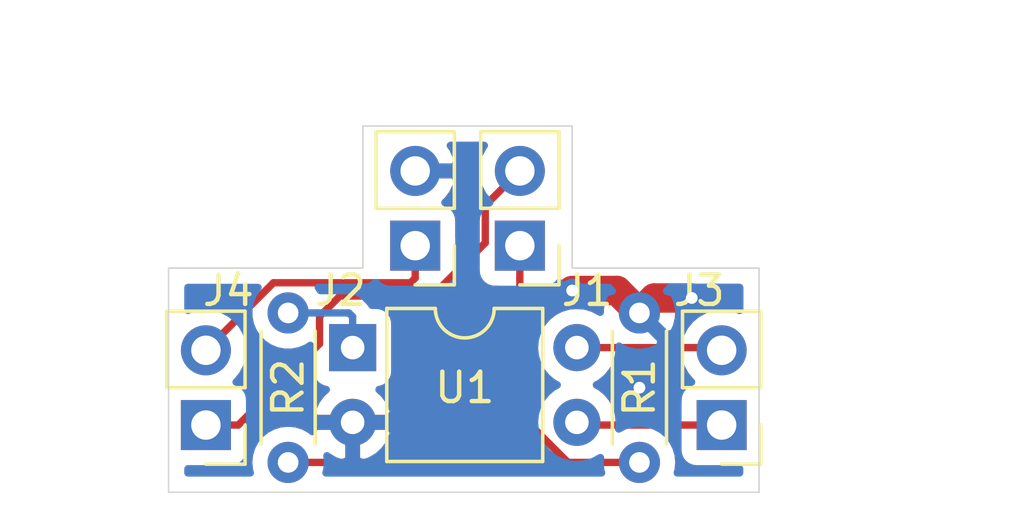
<source format=kicad_pcb>
(kicad_pcb (version 20171130) (host pcbnew "(5.1.4)-1")

  (general
    (thickness 1.6)
    (drawings 15)
    (tracks 33)
    (zones 0)
    (modules 7)
    (nets 8)
  )

  (page A4)
  (layers
    (0 F.Cu signal)
    (31 B.Cu signal)
    (32 B.Adhes user)
    (33 F.Adhes user)
    (34 B.Paste user)
    (35 F.Paste user)
    (36 B.SilkS user)
    (37 F.SilkS user)
    (38 B.Mask user)
    (39 F.Mask user)
    (40 Dwgs.User user)
    (41 Cmts.User user)
    (42 Eco1.User user)
    (43 Eco2.User user)
    (44 Edge.Cuts user)
    (45 Margin user)
    (46 B.CrtYd user)
    (47 F.CrtYd user)
    (48 B.Fab user)
    (49 F.Fab user hide)
  )

  (setup
    (last_trace_width 0.25)
    (trace_clearance 0.2)
    (zone_clearance 0.508)
    (zone_45_only no)
    (trace_min 0.2)
    (via_size 0.8)
    (via_drill 0.4)
    (via_min_size 0.4)
    (via_min_drill 0.3)
    (uvia_size 0.3)
    (uvia_drill 0.1)
    (uvias_allowed no)
    (uvia_min_size 0.2)
    (uvia_min_drill 0.1)
    (edge_width 0.05)
    (segment_width 0.2)
    (pcb_text_width 0.3)
    (pcb_text_size 1.5 1.5)
    (mod_edge_width 0.12)
    (mod_text_size 1 1)
    (mod_text_width 0.15)
    (pad_size 1.524 1.524)
    (pad_drill 0.762)
    (pad_to_mask_clearance 0.051)
    (solder_mask_min_width 0.25)
    (aux_axis_origin 0 0)
    (visible_elements 7FFFFFFF)
    (pcbplotparams
      (layerselection 0x010fc_ffffffff)
      (usegerberextensions false)
      (usegerberattributes false)
      (usegerberadvancedattributes false)
      (creategerberjobfile false)
      (excludeedgelayer true)
      (linewidth 0.100000)
      (plotframeref false)
      (viasonmask false)
      (mode 1)
      (useauxorigin false)
      (hpglpennumber 1)
      (hpglpenspeed 20)
      (hpglpendiameter 15.000000)
      (psnegative false)
      (psa4output false)
      (plotreference true)
      (plotvalue true)
      (plotinvisibletext false)
      (padsonsilk false)
      (subtractmaskfromsilk false)
      (outputformat 1)
      (mirror false)
      (drillshape 0)
      (scaleselection 1)
      (outputdirectory "gerber/"))
  )

  (net 0 "")
  (net 1 +5V)
  (net 2 Turbo_active)
  (net 3 Turbo_interlock)
  (net 4 GND)
  (net 5 Turbo_Vref)
  (net 6 "Net-(R2-Pad1)")
  (net 7 Turbo_remote_priority)

  (net_class Default "This is the default net class."
    (clearance 0.2)
    (trace_width 0.25)
    (via_dia 0.8)
    (via_drill 0.4)
    (uvia_dia 0.3)
    (uvia_drill 0.1)
    (add_net +5V)
    (add_net GND)
    (add_net "Net-(R2-Pad1)")
    (add_net Turbo_Vref)
    (add_net Turbo_active)
    (add_net Turbo_interlock)
    (add_net Turbo_remote_priority)
  )

  (module Connector_PinHeader_2.54mm:PinHeader_1x02_P2.54mm_Vertical (layer F.Cu) (tedit 59FED5CC) (tstamp 5D9BA98E)
    (at 160.528 43.18 180)
    (descr "Through hole straight pin header, 1x02, 2.54mm pitch, single row")
    (tags "Through hole pin header THT 1x02 2.54mm single row")
    (path /5D9BC94B)
    (fp_text reference J1 (at -2.286 -1.524) (layer F.SilkS)
      (effects (font (size 1 1) (thickness 0.15)))
    )
    (fp_text value Conn_01x02 (at 0 4.87) (layer F.Fab)
      (effects (font (size 1 1) (thickness 0.15)))
    )
    (fp_text user %R (at 0 1.27 90) (layer F.Fab)
      (effects (font (size 1 1) (thickness 0.15)))
    )
    (fp_line (start 1.8 -1.8) (end -1.8 -1.8) (layer F.CrtYd) (width 0.05))
    (fp_line (start 1.8 4.35) (end 1.8 -1.8) (layer F.CrtYd) (width 0.05))
    (fp_line (start -1.8 4.35) (end 1.8 4.35) (layer F.CrtYd) (width 0.05))
    (fp_line (start -1.8 -1.8) (end -1.8 4.35) (layer F.CrtYd) (width 0.05))
    (fp_line (start -1.33 -1.33) (end 0 -1.33) (layer F.SilkS) (width 0.12))
    (fp_line (start -1.33 0) (end -1.33 -1.33) (layer F.SilkS) (width 0.12))
    (fp_line (start -1.33 1.27) (end 1.33 1.27) (layer F.SilkS) (width 0.12))
    (fp_line (start 1.33 1.27) (end 1.33 3.87) (layer F.SilkS) (width 0.12))
    (fp_line (start -1.33 1.27) (end -1.33 3.87) (layer F.SilkS) (width 0.12))
    (fp_line (start -1.33 3.87) (end 1.33 3.87) (layer F.SilkS) (width 0.12))
    (fp_line (start -1.27 -0.635) (end -0.635 -1.27) (layer F.Fab) (width 0.1))
    (fp_line (start -1.27 3.81) (end -1.27 -0.635) (layer F.Fab) (width 0.1))
    (fp_line (start 1.27 3.81) (end -1.27 3.81) (layer F.Fab) (width 0.1))
    (fp_line (start 1.27 -1.27) (end 1.27 3.81) (layer F.Fab) (width 0.1))
    (fp_line (start -0.635 -1.27) (end 1.27 -1.27) (layer F.Fab) (width 0.1))
    (pad 2 thru_hole oval (at 0 2.54 180) (size 1.7 1.7) (drill 1) (layers *.Cu *.Mask)
      (net 2 Turbo_active))
    (pad 1 thru_hole rect (at 0 0 180) (size 1.7 1.7) (drill 1) (layers *.Cu *.Mask)
      (net 3 Turbo_interlock))
    (model ${KISYS3DMOD}/Connector_PinHeader_2.54mm.3dshapes/PinHeader_1x02_P2.54mm_Vertical.wrl
      (at (xyz 0 0 0))
      (scale (xyz 1 1 1))
      (rotate (xyz 0 0 0))
    )
  )

  (module Package_DIP:DIP-4_W7.62mm (layer F.Cu) (tedit 5A02E8C5) (tstamp 5D9BB261)
    (at 154.846 46.644)
    (descr "4-lead though-hole mounted DIP package, row spacing 7.62 mm (300 mils)")
    (tags "THT DIP DIL PDIP 2.54mm 7.62mm 300mil")
    (path /5D9BA29F)
    (fp_text reference U1 (at 3.81 1.362) (layer F.SilkS)
      (effects (font (size 1 1) (thickness 0.15)))
    )
    (fp_text value TLP222A (at 3.81 4.87) (layer F.Fab)
      (effects (font (size 1 1) (thickness 0.15)))
    )
    (fp_text user %R (at 3.81 1.27) (layer F.Fab)
      (effects (font (size 1 1) (thickness 0.15)))
    )
    (fp_line (start 8.7 -1.55) (end -1.1 -1.55) (layer F.CrtYd) (width 0.05))
    (fp_line (start 8.7 4.1) (end 8.7 -1.55) (layer F.CrtYd) (width 0.05))
    (fp_line (start -1.1 4.1) (end 8.7 4.1) (layer F.CrtYd) (width 0.05))
    (fp_line (start -1.1 -1.55) (end -1.1 4.1) (layer F.CrtYd) (width 0.05))
    (fp_line (start 6.46 -1.33) (end 4.81 -1.33) (layer F.SilkS) (width 0.12))
    (fp_line (start 6.46 3.87) (end 6.46 -1.33) (layer F.SilkS) (width 0.12))
    (fp_line (start 1.16 3.87) (end 6.46 3.87) (layer F.SilkS) (width 0.12))
    (fp_line (start 1.16 -1.33) (end 1.16 3.87) (layer F.SilkS) (width 0.12))
    (fp_line (start 2.81 -1.33) (end 1.16 -1.33) (layer F.SilkS) (width 0.12))
    (fp_line (start 0.635 -0.27) (end 1.635 -1.27) (layer F.Fab) (width 0.1))
    (fp_line (start 0.635 3.81) (end 0.635 -0.27) (layer F.Fab) (width 0.1))
    (fp_line (start 6.985 3.81) (end 0.635 3.81) (layer F.Fab) (width 0.1))
    (fp_line (start 6.985 -1.27) (end 6.985 3.81) (layer F.Fab) (width 0.1))
    (fp_line (start 1.635 -1.27) (end 6.985 -1.27) (layer F.Fab) (width 0.1))
    (fp_arc (start 3.81 -1.33) (end 2.81 -1.33) (angle -180) (layer F.SilkS) (width 0.12))
    (pad 4 thru_hole oval (at 7.62 0) (size 1.6 1.6) (drill 0.8) (layers *.Cu *.Mask)
      (net 7 Turbo_remote_priority))
    (pad 2 thru_hole oval (at 0 2.54) (size 1.6 1.6) (drill 0.8) (layers *.Cu *.Mask)
      (net 4 GND))
    (pad 3 thru_hole oval (at 7.62 2.54) (size 1.6 1.6) (drill 0.8) (layers *.Cu *.Mask)
      (net 5 Turbo_Vref))
    (pad 1 thru_hole rect (at 0 0) (size 1.6 1.6) (drill 0.8) (layers *.Cu *.Mask)
      (net 6 "Net-(R2-Pad1)"))
    (model ${KISYS3DMOD}/Package_DIP.3dshapes/DIP-4_W7.62mm.wrl
      (at (xyz 0 0 0))
      (scale (xyz 1 1 1))
      (rotate (xyz 0 0 0))
    )
  )

  (module Resistor_THT:R_Axial_DIN0204_L3.6mm_D1.6mm_P5.08mm_Horizontal (layer F.Cu) (tedit 5AE5139B) (tstamp 5D9BA9F6)
    (at 152.654 45.466 270)
    (descr "Resistor, Axial_DIN0204 series, Axial, Horizontal, pin pitch=5.08mm, 0.167W, length*diameter=3.6*1.6mm^2, http://cdn-reichelt.de/documents/datenblatt/B400/1_4W%23YAG.pdf")
    (tags "Resistor Axial_DIN0204 series Axial Horizontal pin pitch 5.08mm 0.167W length 3.6mm diameter 1.6mm")
    (path /5D9BB0DF)
    (fp_text reference R2 (at 2.54 0 90) (layer F.SilkS)
      (effects (font (size 1 1) (thickness 0.15)))
    )
    (fp_text value 1.2k (at 2.54 1.92 90) (layer F.Fab)
      (effects (font (size 1 1) (thickness 0.15)))
    )
    (fp_text user %R (at 2.54 0 90) (layer F.Fab)
      (effects (font (size 0.72 0.72) (thickness 0.108)))
    )
    (fp_line (start 6.03 -1.05) (end -0.95 -1.05) (layer F.CrtYd) (width 0.05))
    (fp_line (start 6.03 1.05) (end 6.03 -1.05) (layer F.CrtYd) (width 0.05))
    (fp_line (start -0.95 1.05) (end 6.03 1.05) (layer F.CrtYd) (width 0.05))
    (fp_line (start -0.95 -1.05) (end -0.95 1.05) (layer F.CrtYd) (width 0.05))
    (fp_line (start 0.62 0.92) (end 4.46 0.92) (layer F.SilkS) (width 0.12))
    (fp_line (start 0.62 -0.92) (end 4.46 -0.92) (layer F.SilkS) (width 0.12))
    (fp_line (start 5.08 0) (end 4.34 0) (layer F.Fab) (width 0.1))
    (fp_line (start 0 0) (end 0.74 0) (layer F.Fab) (width 0.1))
    (fp_line (start 4.34 -0.8) (end 0.74 -0.8) (layer F.Fab) (width 0.1))
    (fp_line (start 4.34 0.8) (end 4.34 -0.8) (layer F.Fab) (width 0.1))
    (fp_line (start 0.74 0.8) (end 4.34 0.8) (layer F.Fab) (width 0.1))
    (fp_line (start 0.74 -0.8) (end 0.74 0.8) (layer F.Fab) (width 0.1))
    (pad 2 thru_hole oval (at 5.08 0 270) (size 1.4 1.4) (drill 0.7) (layers *.Cu *.Mask)
      (net 3 Turbo_interlock))
    (pad 1 thru_hole circle (at 0 0 270) (size 1.4 1.4) (drill 0.7) (layers *.Cu *.Mask)
      (net 6 "Net-(R2-Pad1)"))
    (model ${KISYS3DMOD}/Resistor_THT.3dshapes/R_Axial_DIN0204_L3.6mm_D1.6mm_P5.08mm_Horizontal.wrl
      (at (xyz 0 0 0))
      (scale (xyz 1 1 1))
      (rotate (xyz 0 0 0))
    )
  )

  (module Resistor_THT:R_Axial_DIN0204_L3.6mm_D1.6mm_P5.08mm_Horizontal (layer F.Cu) (tedit 5AE5139B) (tstamp 5D9BA9E3)
    (at 164.592 45.466 270)
    (descr "Resistor, Axial_DIN0204 series, Axial, Horizontal, pin pitch=5.08mm, 0.167W, length*diameter=3.6*1.6mm^2, http://cdn-reichelt.de/documents/datenblatt/B400/1_4W%23YAG.pdf")
    (tags "Resistor Axial_DIN0204 series Axial Horizontal pin pitch 5.08mm 0.167W length 3.6mm diameter 1.6mm")
    (path /5D9BB5EF)
    (fp_text reference R1 (at 2.54 0 90) (layer F.SilkS)
      (effects (font (size 1 1) (thickness 0.15)))
    )
    (fp_text value 10k (at 2.54 1.92 90) (layer F.Fab)
      (effects (font (size 1 1) (thickness 0.15)))
    )
    (fp_text user %R (at 2.54 0 90) (layer F.Fab)
      (effects (font (size 0.72 0.72) (thickness 0.108)))
    )
    (fp_line (start 6.03 -1.05) (end -0.95 -1.05) (layer F.CrtYd) (width 0.05))
    (fp_line (start 6.03 1.05) (end 6.03 -1.05) (layer F.CrtYd) (width 0.05))
    (fp_line (start -0.95 1.05) (end 6.03 1.05) (layer F.CrtYd) (width 0.05))
    (fp_line (start -0.95 -1.05) (end -0.95 1.05) (layer F.CrtYd) (width 0.05))
    (fp_line (start 0.62 0.92) (end 4.46 0.92) (layer F.SilkS) (width 0.12))
    (fp_line (start 0.62 -0.92) (end 4.46 -0.92) (layer F.SilkS) (width 0.12))
    (fp_line (start 5.08 0) (end 4.34 0) (layer F.Fab) (width 0.1))
    (fp_line (start 0 0) (end 0.74 0) (layer F.Fab) (width 0.1))
    (fp_line (start 4.34 -0.8) (end 0.74 -0.8) (layer F.Fab) (width 0.1))
    (fp_line (start 4.34 0.8) (end 4.34 -0.8) (layer F.Fab) (width 0.1))
    (fp_line (start 0.74 0.8) (end 4.34 0.8) (layer F.Fab) (width 0.1))
    (fp_line (start 0.74 -0.8) (end 0.74 0.8) (layer F.Fab) (width 0.1))
    (pad 2 thru_hole oval (at 5.08 0 270) (size 1.4 1.4) (drill 0.7) (layers *.Cu *.Mask)
      (net 3 Turbo_interlock))
    (pad 1 thru_hole circle (at 0 0 270) (size 1.4 1.4) (drill 0.7) (layers *.Cu *.Mask)
      (net 4 GND))
    (model ${KISYS3DMOD}/Resistor_THT.3dshapes/R_Axial_DIN0204_L3.6mm_D1.6mm_P5.08mm_Horizontal.wrl
      (at (xyz 0 0 0))
      (scale (xyz 1 1 1))
      (rotate (xyz 0 0 0))
    )
  )

  (module Connector_PinHeader_2.54mm:PinHeader_1x02_P2.54mm_Vertical (layer F.Cu) (tedit 59FED5CC) (tstamp 5D9BA9D0)
    (at 149.86 49.276 180)
    (descr "Through hole straight pin header, 1x02, 2.54mm pitch, single row")
    (tags "Through hole pin header THT 1x02 2.54mm single row")
    (path /5D9BEFF8)
    (fp_text reference J4 (at -0.762 4.572) (layer F.SilkS)
      (effects (font (size 1 1) (thickness 0.15)))
    )
    (fp_text value Conn_01x02 (at 0 4.87) (layer F.Fab)
      (effects (font (size 1 1) (thickness 0.15)))
    )
    (fp_text user %R (at 0 1.27 90) (layer F.Fab)
      (effects (font (size 1 1) (thickness 0.15)))
    )
    (fp_line (start 1.8 -1.8) (end -1.8 -1.8) (layer F.CrtYd) (width 0.05))
    (fp_line (start 1.8 4.35) (end 1.8 -1.8) (layer F.CrtYd) (width 0.05))
    (fp_line (start -1.8 4.35) (end 1.8 4.35) (layer F.CrtYd) (width 0.05))
    (fp_line (start -1.8 -1.8) (end -1.8 4.35) (layer F.CrtYd) (width 0.05))
    (fp_line (start -1.33 -1.33) (end 0 -1.33) (layer F.SilkS) (width 0.12))
    (fp_line (start -1.33 0) (end -1.33 -1.33) (layer F.SilkS) (width 0.12))
    (fp_line (start -1.33 1.27) (end 1.33 1.27) (layer F.SilkS) (width 0.12))
    (fp_line (start 1.33 1.27) (end 1.33 3.87) (layer F.SilkS) (width 0.12))
    (fp_line (start -1.33 1.27) (end -1.33 3.87) (layer F.SilkS) (width 0.12))
    (fp_line (start -1.33 3.87) (end 1.33 3.87) (layer F.SilkS) (width 0.12))
    (fp_line (start -1.27 -0.635) (end -0.635 -1.27) (layer F.Fab) (width 0.1))
    (fp_line (start -1.27 3.81) (end -1.27 -0.635) (layer F.Fab) (width 0.1))
    (fp_line (start 1.27 3.81) (end -1.27 3.81) (layer F.Fab) (width 0.1))
    (fp_line (start 1.27 -1.27) (end 1.27 3.81) (layer F.Fab) (width 0.1))
    (fp_line (start -0.635 -1.27) (end 1.27 -1.27) (layer F.Fab) (width 0.1))
    (pad 2 thru_hole oval (at 0 2.54 180) (size 1.7 1.7) (drill 1) (layers *.Cu *.Mask)
      (net 1 +5V))
    (pad 1 thru_hole rect (at 0 0 180) (size 1.7 1.7) (drill 1) (layers *.Cu *.Mask)
      (net 2 Turbo_active))
    (model ${KISYS3DMOD}/Connector_PinHeader_2.54mm.3dshapes/PinHeader_1x02_P2.54mm_Vertical.wrl
      (at (xyz 0 0 0))
      (scale (xyz 1 1 1))
      (rotate (xyz 0 0 0))
    )
  )

  (module Connector_PinHeader_2.54mm:PinHeader_1x02_P2.54mm_Vertical (layer F.Cu) (tedit 59FED5CC) (tstamp 5D9BA9BA)
    (at 167.386 49.276 180)
    (descr "Through hole straight pin header, 1x02, 2.54mm pitch, single row")
    (tags "Through hole pin header THT 1x02 2.54mm single row")
    (path /5D9BEFF2)
    (fp_text reference J3 (at 0.762 4.572) (layer F.SilkS)
      (effects (font (size 1 1) (thickness 0.15)))
    )
    (fp_text value Conn_01x02 (at 0 4.87) (layer F.Fab)
      (effects (font (size 1 1) (thickness 0.15)))
    )
    (fp_text user %R (at 0 1.27 90) (layer F.Fab)
      (effects (font (size 1 1) (thickness 0.15)))
    )
    (fp_line (start 1.8 -1.8) (end -1.8 -1.8) (layer F.CrtYd) (width 0.05))
    (fp_line (start 1.8 4.35) (end 1.8 -1.8) (layer F.CrtYd) (width 0.05))
    (fp_line (start -1.8 4.35) (end 1.8 4.35) (layer F.CrtYd) (width 0.05))
    (fp_line (start -1.8 -1.8) (end -1.8 4.35) (layer F.CrtYd) (width 0.05))
    (fp_line (start -1.33 -1.33) (end 0 -1.33) (layer F.SilkS) (width 0.12))
    (fp_line (start -1.33 0) (end -1.33 -1.33) (layer F.SilkS) (width 0.12))
    (fp_line (start -1.33 1.27) (end 1.33 1.27) (layer F.SilkS) (width 0.12))
    (fp_line (start 1.33 1.27) (end 1.33 3.87) (layer F.SilkS) (width 0.12))
    (fp_line (start -1.33 1.27) (end -1.33 3.87) (layer F.SilkS) (width 0.12))
    (fp_line (start -1.33 3.87) (end 1.33 3.87) (layer F.SilkS) (width 0.12))
    (fp_line (start -1.27 -0.635) (end -0.635 -1.27) (layer F.Fab) (width 0.1))
    (fp_line (start -1.27 3.81) (end -1.27 -0.635) (layer F.Fab) (width 0.1))
    (fp_line (start 1.27 3.81) (end -1.27 3.81) (layer F.Fab) (width 0.1))
    (fp_line (start 1.27 -1.27) (end 1.27 3.81) (layer F.Fab) (width 0.1))
    (fp_line (start -0.635 -1.27) (end 1.27 -1.27) (layer F.Fab) (width 0.1))
    (pad 2 thru_hole oval (at 0 2.54 180) (size 1.7 1.7) (drill 1) (layers *.Cu *.Mask)
      (net 7 Turbo_remote_priority))
    (pad 1 thru_hole rect (at 0 0 180) (size 1.7 1.7) (drill 1) (layers *.Cu *.Mask)
      (net 5 Turbo_Vref))
    (model ${KISYS3DMOD}/Connector_PinHeader_2.54mm.3dshapes/PinHeader_1x02_P2.54mm_Vertical.wrl
      (at (xyz 0 0 0))
      (scale (xyz 1 1 1))
      (rotate (xyz 0 0 0))
    )
  )

  (module Connector_PinHeader_2.54mm:PinHeader_1x02_P2.54mm_Vertical (layer F.Cu) (tedit 59FED5CC) (tstamp 5D9BA9A4)
    (at 156.972 43.18 180)
    (descr "Through hole straight pin header, 1x02, 2.54mm pitch, single row")
    (tags "Through hole pin header THT 1x02 2.54mm single row")
    (path /5D9BD3F7)
    (fp_text reference J2 (at 2.54 -1.524) (layer F.SilkS)
      (effects (font (size 1 1) (thickness 0.15)))
    )
    (fp_text value Conn_01x02 (at 0 4.87) (layer F.Fab)
      (effects (font (size 1 1) (thickness 0.15)))
    )
    (fp_text user %R (at 0 1.27 90) (layer F.Fab)
      (effects (font (size 1 1) (thickness 0.15)))
    )
    (fp_line (start 1.8 -1.8) (end -1.8 -1.8) (layer F.CrtYd) (width 0.05))
    (fp_line (start 1.8 4.35) (end 1.8 -1.8) (layer F.CrtYd) (width 0.05))
    (fp_line (start -1.8 4.35) (end 1.8 4.35) (layer F.CrtYd) (width 0.05))
    (fp_line (start -1.8 -1.8) (end -1.8 4.35) (layer F.CrtYd) (width 0.05))
    (fp_line (start -1.33 -1.33) (end 0 -1.33) (layer F.SilkS) (width 0.12))
    (fp_line (start -1.33 0) (end -1.33 -1.33) (layer F.SilkS) (width 0.12))
    (fp_line (start -1.33 1.27) (end 1.33 1.27) (layer F.SilkS) (width 0.12))
    (fp_line (start 1.33 1.27) (end 1.33 3.87) (layer F.SilkS) (width 0.12))
    (fp_line (start -1.33 1.27) (end -1.33 3.87) (layer F.SilkS) (width 0.12))
    (fp_line (start -1.33 3.87) (end 1.33 3.87) (layer F.SilkS) (width 0.12))
    (fp_line (start -1.27 -0.635) (end -0.635 -1.27) (layer F.Fab) (width 0.1))
    (fp_line (start -1.27 3.81) (end -1.27 -0.635) (layer F.Fab) (width 0.1))
    (fp_line (start 1.27 3.81) (end -1.27 3.81) (layer F.Fab) (width 0.1))
    (fp_line (start 1.27 -1.27) (end 1.27 3.81) (layer F.Fab) (width 0.1))
    (fp_line (start -0.635 -1.27) (end 1.27 -1.27) (layer F.Fab) (width 0.1))
    (pad 2 thru_hole oval (at 0 2.54 180) (size 1.7 1.7) (drill 1) (layers *.Cu *.Mask)
      (net 4 GND))
    (pad 1 thru_hole rect (at 0 0 180) (size 1.7 1.7) (drill 1) (layers *.Cu *.Mask)
      (net 1 +5V))
    (model ${KISYS3DMOD}/Connector_PinHeader_2.54mm.3dshapes/PinHeader_1x02_P2.54mm_Vertical.wrl
      (at (xyz 0 0 0))
      (scale (xyz 1 1 1))
      (rotate (xyz 0 0 0))
    )
  )

  (dimension 13.208 (width 0.05) (layer F.CrtYd)
    (gr_text "13.208 mm" (at 176.206 45.72 270) (layer F.CrtYd)
      (effects (font (size 1 1) (thickness 0.15)))
    )
    (feature1 (pts (xy 162.306 52.324) (xy 175.592421 52.324)))
    (feature2 (pts (xy 162.306 39.116) (xy 175.592421 39.116)))
    (crossbar (pts (xy 175.006 39.116) (xy 175.006 52.324)))
    (arrow1a (pts (xy 175.006 52.324) (xy 174.419579 51.197496)))
    (arrow1b (pts (xy 175.006 52.324) (xy 175.592421 51.197496)))
    (arrow2a (pts (xy 175.006 39.116) (xy 174.419579 40.242504)))
    (arrow2b (pts (xy 175.006 39.116) (xy 175.592421 40.242504)))
  )
  (dimension 7.112 (width 0.05) (layer F.CrtYd)
    (gr_text "7.112 mm" (at 158.75 35.630001) (layer F.CrtYd)
      (effects (font (size 1 1) (thickness 0.15)))
    )
    (feature1 (pts (xy 155.194 39.116) (xy 155.194 36.24358)))
    (feature2 (pts (xy 162.306 39.116) (xy 162.306 36.24358)))
    (crossbar (pts (xy 162.306 36.830001) (xy 155.194 36.830001)))
    (arrow1a (pts (xy 155.194 36.830001) (xy 156.320504 36.24358)))
    (arrow1b (pts (xy 155.194 36.830001) (xy 156.320504 37.416422)))
    (arrow2a (pts (xy 162.306 36.830001) (xy 161.179496 36.24358)))
    (arrow2b (pts (xy 162.306 36.830001) (xy 161.179496 37.416422)))
  )
  (dimension 4.826 (width 0.05) (layer F.CrtYd)
    (gr_text "4.826 mm" (at 146.628 41.529 270) (layer F.CrtYd)
      (effects (font (size 1 1) (thickness 0.15)))
    )
    (feature1 (pts (xy 155.194 43.942) (xy 147.241579 43.942)))
    (feature2 (pts (xy 155.194 39.116) (xy 147.241579 39.116)))
    (crossbar (pts (xy 147.828 39.116) (xy 147.828 43.942)))
    (arrow1a (pts (xy 147.828 43.942) (xy 147.241579 42.815496)))
    (arrow1b (pts (xy 147.828 43.942) (xy 148.414421 42.815496)))
    (arrow2a (pts (xy 147.828 39.116) (xy 147.241579 40.242504)))
    (arrow2b (pts (xy 147.828 39.116) (xy 148.414421 40.242504)))
  )
  (dimension 7.62 (width 0.05) (layer F.CrtYd)
    (gr_text "7.620 mm" (at 171.888 47.752 270) (layer F.CrtYd)
      (effects (font (size 1 1) (thickness 0.15)))
    )
    (feature1 (pts (xy 168.656 51.562) (xy 171.274421 51.562)))
    (feature2 (pts (xy 168.656 43.942) (xy 171.274421 43.942)))
    (crossbar (pts (xy 170.688 43.942) (xy 170.688 51.562)))
    (arrow1a (pts (xy 170.688 51.562) (xy 170.101579 50.435496)))
    (arrow1b (pts (xy 170.688 51.562) (xy 171.274421 50.435496)))
    (arrow2a (pts (xy 170.688 43.942) (xy 170.101579 45.068504)))
    (arrow2b (pts (xy 170.688 43.942) (xy 171.274421 45.068504)))
  )
  (gr_line (start 168.656 43.942) (end 168.656 51.562) (layer Edge.Cuts) (width 0.05) (tstamp 5D9BB665))
  (gr_line (start 162.306 43.942) (end 168.656 43.942) (layer Edge.Cuts) (width 0.05))
  (gr_line (start 162.306 39.116) (end 162.306 43.942) (layer Edge.Cuts) (width 0.05) (tstamp 5D9BB664))
  (gr_line (start 155.194 39.116) (end 162.306 39.116) (layer Edge.Cuts) (width 0.05))
  (gr_line (start 155.194 43.942) (end 155.194 39.116) (layer Edge.Cuts) (width 0.05))
  (gr_line (start 148.59 43.942) (end 155.194 43.942) (layer Edge.Cuts) (width 0.05))
  (dimension 20.066 (width 0.05) (layer F.CrtYd)
    (gr_text "20.066 mm" (at 158.623 53.524) (layer F.CrtYd)
      (effects (font (size 1 1) (thickness 0.15)))
    )
    (feature1 (pts (xy 148.59 51.562) (xy 148.59 52.910421)))
    (feature2 (pts (xy 168.656 51.562) (xy 168.656 52.910421)))
    (crossbar (pts (xy 168.656 52.324) (xy 148.59 52.324)))
    (arrow1a (pts (xy 148.59 52.324) (xy 149.716504 51.737579)))
    (arrow1b (pts (xy 148.59 52.324) (xy 149.716504 52.910421)))
    (arrow2a (pts (xy 168.656 52.324) (xy 167.529496 51.737579)))
    (arrow2b (pts (xy 168.656 52.324) (xy 167.529496 52.910421)))
  )
  (gr_line (start 165.608 51.562) (end 168.656 51.562) (layer Edge.Cuts) (width 0.05))
  (gr_line (start 151.638 51.562) (end 148.59 51.562) (layer Edge.Cuts) (width 0.05) (tstamp 5D9BB4DE))
  (gr_line (start 148.59 43.942) (end 148.59 51.562) (layer Edge.Cuts) (width 0.05))
  (gr_line (start 165.608 51.562) (end 151.638 51.562) (layer Edge.Cuts) (width 0.05))

  (segment (start 156.972 44.28) (end 156.972 43.18) (width 0.25) (layer F.Cu) (net 1))
  (segment (start 156.811001 44.440999) (end 156.972 44.28) (width 0.25) (layer F.Cu) (net 1))
  (segment (start 152.155001 44.440999) (end 156.811001 44.440999) (width 0.25) (layer F.Cu) (net 1))
  (segment (start 149.86 46.736) (end 152.155001 44.440999) (width 0.25) (layer F.Cu) (net 1))
  (segment (start 159.678001 41.489999) (end 160.528 40.64) (width 0.25) (layer F.Cu) (net 2))
  (segment (start 159.352999 41.815001) (end 159.678001 41.489999) (width 0.25) (layer F.Cu) (net 2))
  (segment (start 159.352999 43.084003) (end 159.352999 41.815001) (width 0.25) (layer F.Cu) (net 2))
  (segment (start 157.545993 44.891009) (end 159.352999 43.084003) (width 0.25) (layer F.Cu) (net 2))
  (segment (start 153.720999 45.583999) (end 154.413989 44.891009) (width 0.25) (layer F.Cu) (net 2))
  (segment (start 154.413989 44.891009) (end 157.545993 44.891009) (width 0.25) (layer F.Cu) (net 2))
  (segment (start 153.720999 46.515001) (end 153.720999 45.583999) (width 0.25) (layer F.Cu) (net 2))
  (segment (start 150.96 49.276) (end 153.720999 46.515001) (width 0.25) (layer F.Cu) (net 2))
  (segment (start 149.86 49.276) (end 150.96 49.276) (width 0.25) (layer F.Cu) (net 2))
  (segment (start 162.162998 50.546) (end 152.654 50.546) (width 0.25) (layer F.Cu) (net 3))
  (segment (start 160.528 44.28) (end 160.528 43.18) (width 0.25) (layer F.Cu) (net 3))
  (segment (start 160.528 48.911002) (end 160.528 44.28) (width 0.25) (layer F.Cu) (net 3))
  (segment (start 162.162998 50.546) (end 160.528 48.911002) (width 0.25) (layer F.Cu) (net 3))
  (segment (start 164.592 50.546) (end 162.162998 50.546) (width 0.25) (layer F.Cu) (net 3))
  (via (at 164.592 48.006) (size 0.8) (drill 0.4) (layers F.Cu B.Cu) (net 4))
  (via (at 166.37 44.958) (size 0.8) (drill 0.4) (layers F.Cu B.Cu) (net 4))
  (via (at 162.306 44.704) (size 0.8) (drill 0.4) (layers F.Cu B.Cu) (net 4))
  (segment (start 165.1 44.958) (end 164.592 45.466) (width 1) (layer F.Cu) (net 4))
  (segment (start 166.37 44.958) (end 165.1 44.958) (width 1) (layer F.Cu) (net 4))
  (segment (start 163.83 44.704) (end 162.306 44.704) (width 1) (layer F.Cu) (net 4))
  (segment (start 164.592 45.466) (end 163.83 44.704) (width 1) (layer F.Cu) (net 4))
  (segment (start 162.558 49.276) (end 162.466 49.184) (width 0.25) (layer F.Cu) (net 5))
  (segment (start 167.386 49.276) (end 162.558 49.276) (width 0.25) (layer F.Cu) (net 5))
  (segment (start 153.643949 45.466) (end 152.654 45.466) (width 0.25) (layer B.Cu) (net 6))
  (segment (start 154.718 45.466) (end 153.643949 45.466) (width 0.25) (layer B.Cu) (net 6))
  (segment (start 154.846 45.594) (end 154.718 45.466) (width 0.25) (layer B.Cu) (net 6))
  (segment (start 154.846 46.644) (end 154.846 45.594) (width 0.25) (layer B.Cu) (net 6))
  (segment (start 167.294 46.644) (end 167.386 46.736) (width 0.25) (layer F.Cu) (net 7))
  (segment (start 162.466 46.644) (end 167.294 46.644) (width 0.25) (layer F.Cu) (net 7))

  (zone (net 4) (net_name GND) (layer F.Cu) (tstamp 5D9BB6D4) (hatch edge 0.508)
    (connect_pads (clearance 0.508))
    (min_thickness 0.254)
    (fill yes (arc_segments 32) (thermal_gap 0.508) (thermal_bridge_width 0.508))
    (polygon
      (pts
        (xy 168.656 51.562) (xy 168.656 43.942) (xy 162.306 43.942) (xy 162.306 39.116) (xy 155.194 39.116)
        (xy 155.194 43.942) (xy 148.59 43.942) (xy 148.59 51.562)
      )
    )
    (filled_polygon
      (pts
        (xy 159.147463 44.384494) (xy 159.226815 44.481185) (xy 159.323506 44.560537) (xy 159.43382 44.619502) (xy 159.553518 44.655812)
        (xy 159.678 44.668072) (xy 159.768001 44.668072) (xy 159.768 48.873679) (xy 159.764324 48.911002) (xy 159.768 48.948324)
        (xy 159.768 48.948334) (xy 159.778997 49.059987) (xy 159.816615 49.184) (xy 159.822454 49.203248) (xy 159.893026 49.335278)
        (xy 159.932871 49.383828) (xy 159.987999 49.451003) (xy 160.017003 49.474806) (xy 160.328197 49.786) (xy 156.141042 49.786)
        (xy 156.197246 49.667087) (xy 156.237904 49.533039) (xy 156.115915 49.311) (xy 154.973 49.311) (xy 154.973 49.331)
        (xy 154.719 49.331) (xy 154.719 49.311) (xy 153.576085 49.311) (xy 153.475843 49.493456) (xy 153.399275 49.430618)
        (xy 153.167354 49.306653) (xy 152.915706 49.230317) (xy 152.719579 49.211) (xy 152.588421 49.211) (xy 152.392294 49.230317)
        (xy 152.140646 49.306653) (xy 151.908725 49.430618) (xy 151.749561 49.56124) (xy 153.514364 47.796438) (xy 153.515463 47.798494)
        (xy 153.594815 47.895185) (xy 153.691506 47.974537) (xy 153.80182 48.033502) (xy 153.921518 48.069812) (xy 153.94608 48.072231)
        (xy 153.782481 48.220586) (xy 153.614963 48.44658) (xy 153.494754 48.700913) (xy 153.454096 48.834961) (xy 153.576085 49.057)
        (xy 154.719 49.057) (xy 154.719 49.037) (xy 154.973 49.037) (xy 154.973 49.057) (xy 156.115915 49.057)
        (xy 156.237904 48.834961) (xy 156.197246 48.700913) (xy 156.077037 48.44658) (xy 155.909519 48.220586) (xy 155.74592 48.072231)
        (xy 155.770482 48.069812) (xy 155.89018 48.033502) (xy 156.000494 47.974537) (xy 156.097185 47.895185) (xy 156.176537 47.798494)
        (xy 156.235502 47.68818) (xy 156.271812 47.568482) (xy 156.284072 47.444) (xy 156.284072 45.844) (xy 156.271812 45.719518)
        (xy 156.25103 45.651009) (xy 157.508671 45.651009) (xy 157.545993 45.654685) (xy 157.583315 45.651009) (xy 157.583326 45.651009)
        (xy 157.694979 45.640012) (xy 157.83824 45.596555) (xy 157.970269 45.525983) (xy 158.085994 45.43101) (xy 158.109796 45.402007)
        (xy 159.140443 44.371361)
      )
    )
    (filled_polygon
      (pts
        (xy 166.145294 47.565014) (xy 166.330866 47.791134) (xy 166.360687 47.815607) (xy 166.29182 47.836498) (xy 166.181506 47.895463)
        (xy 166.084815 47.974815) (xy 166.005463 48.071506) (xy 165.946498 48.18182) (xy 165.910188 48.301518) (xy 165.897928 48.426)
        (xy 165.897928 48.516) (xy 163.736076 48.516) (xy 163.664932 48.382899) (xy 163.485608 48.164392) (xy 163.267101 47.985068)
        (xy 163.134142 47.914) (xy 163.267101 47.842932) (xy 163.485608 47.663608) (xy 163.664932 47.445101) (xy 163.686901 47.404)
        (xy 166.05923 47.404)
      )
    )
    (filled_polygon
      (pts
        (xy 167.996 45.378229) (xy 167.957034 45.357401) (xy 167.677111 45.272487) (xy 167.45895 45.251) (xy 167.31305 45.251)
        (xy 167.094889 45.272487) (xy 166.814966 45.357401) (xy 166.556986 45.495294) (xy 166.330866 45.680866) (xy 166.164158 45.884)
        (xy 165.86421 45.884) (xy 165.920183 45.65426) (xy 165.93139 45.391527) (xy 165.891125 45.131656) (xy 165.800935 44.884634)
        (xy 165.747037 44.783797) (xy 165.513271 44.724337) (xy 165.629925 44.607683) (xy 165.624242 44.602) (xy 167.996 44.602)
      )
    )
    (filled_polygon
      (pts
        (xy 161.93755 44.493425) (xy 162.052207 44.55471) (xy 162.176617 44.59245) (xy 162.273581 44.602) (xy 162.306 44.605193)
        (xy 162.338419 44.602) (xy 163.559758 44.602) (xy 163.554075 44.607683) (xy 163.670729 44.724337) (xy 163.436963 44.783797)
        (xy 163.326066 45.022242) (xy 163.263817 45.27774) (xy 163.256912 45.439622) (xy 163.017808 45.311818) (xy 162.747309 45.229764)
        (xy 162.536492 45.209) (xy 162.395508 45.209) (xy 162.184691 45.229764) (xy 161.914192 45.311818) (xy 161.664899 45.445068)
        (xy 161.446392 45.624392) (xy 161.288 45.817393) (xy 161.288 44.668072) (xy 161.378 44.668072) (xy 161.502482 44.655812)
        (xy 161.62218 44.619502) (xy 161.732494 44.560537) (xy 161.829185 44.481185) (xy 161.866795 44.435357)
      )
    )
    (filled_polygon
      (pts
        (xy 164.785748 45.451858) (xy 164.771605 45.466) (xy 164.785748 45.480143) (xy 164.606143 45.659748) (xy 164.592 45.645605)
        (xy 164.577858 45.659748) (xy 164.398253 45.480143) (xy 164.412395 45.466) (xy 164.398253 45.451858) (xy 164.577858 45.272253)
        (xy 164.592 45.286395) (xy 164.606143 45.272253)
      )
    )
    (filled_polygon
      (pts
        (xy 159.287294 39.810986) (xy 159.149401 40.068966) (xy 159.064487 40.348889) (xy 159.035815 40.64) (xy 159.064487 40.931111)
        (xy 159.087203 41.005996) (xy 158.841997 41.251202) (xy 158.812999 41.275) (xy 158.789201 41.303998) (xy 158.7892 41.303999)
        (xy 158.718025 41.390725) (xy 158.647453 41.522755) (xy 158.603997 41.666016) (xy 158.589323 41.815001) (xy 158.593 41.852333)
        (xy 158.592999 42.7692) (xy 158.460072 42.902127) (xy 158.460072 42.33) (xy 158.447812 42.205518) (xy 158.411502 42.08582)
        (xy 158.352537 41.975506) (xy 158.273185 41.878815) (xy 158.176494 41.799463) (xy 158.06618 41.740498) (xy 157.985534 41.716034)
        (xy 158.069588 41.640269) (xy 158.243641 41.40692) (xy 158.368825 41.144099) (xy 158.413476 40.99689) (xy 158.292155 40.767)
        (xy 157.099 40.767) (xy 157.099 40.787) (xy 156.845 40.787) (xy 156.845 40.767) (xy 156.825 40.767)
        (xy 156.825 40.513) (xy 156.845 40.513) (xy 156.845 40.493) (xy 157.099 40.493) (xy 157.099 40.513)
        (xy 158.292155 40.513) (xy 158.413476 40.28311) (xy 158.368825 40.135901) (xy 158.243641 39.87308) (xy 158.17123 39.776)
        (xy 159.316006 39.776)
      )
    )
  )
  (zone (net 4) (net_name GND) (layer B.Cu) (tstamp 5D9BB6D1) (hatch edge 0.508)
    (connect_pads (clearance 0.508))
    (min_thickness 0.254)
    (fill yes (arc_segments 32) (thermal_gap 0.508) (thermal_bridge_width 0.508))
    (polygon
      (pts
        (xy 168.656 51.562) (xy 168.656 43.942) (xy 162.306 43.942) (xy 162.306 39.116) (xy 155.194 39.116)
        (xy 155.194 43.942) (xy 148.59 43.942) (xy 148.59 51.562)
      )
    )
    (filled_polygon
      (pts
        (xy 167.996 45.378229) (xy 167.957034 45.357401) (xy 167.677111 45.272487) (xy 167.45895 45.251) (xy 167.31305 45.251)
        (xy 167.094889 45.272487) (xy 166.814966 45.357401) (xy 166.556986 45.495294) (xy 166.330866 45.680866) (xy 166.145294 45.906986)
        (xy 166.007401 46.164966) (xy 165.922487 46.444889) (xy 165.893815 46.736) (xy 165.922487 47.027111) (xy 166.007401 47.307034)
        (xy 166.145294 47.565014) (xy 166.330866 47.791134) (xy 166.360687 47.815607) (xy 166.29182 47.836498) (xy 166.181506 47.895463)
        (xy 166.084815 47.974815) (xy 166.005463 48.071506) (xy 165.946498 48.18182) (xy 165.910188 48.301518) (xy 165.897928 48.426)
        (xy 165.897928 50.126) (xy 165.910188 50.250482) (xy 165.946498 50.37018) (xy 166.005463 50.480494) (xy 166.084815 50.577185)
        (xy 166.181506 50.656537) (xy 166.29182 50.715502) (xy 166.411518 50.751812) (xy 166.536 50.764072) (xy 167.996001 50.764072)
        (xy 167.996001 50.902) (xy 165.879079 50.902) (xy 165.907683 50.807706) (xy 165.933459 50.546) (xy 165.907683 50.284294)
        (xy 165.831347 50.032646) (xy 165.707382 49.800725) (xy 165.540555 49.597445) (xy 165.337275 49.430618) (xy 165.105354 49.306653)
        (xy 164.853706 49.230317) (xy 164.657579 49.211) (xy 164.526421 49.211) (xy 164.330294 49.230317) (xy 164.078646 49.306653)
        (xy 163.885705 49.409783) (xy 163.907943 49.184) (xy 163.880236 48.902691) (xy 163.798182 48.632192) (xy 163.664932 48.382899)
        (xy 163.485608 48.164392) (xy 163.267101 47.985068) (xy 163.134142 47.914) (xy 163.267101 47.842932) (xy 163.485608 47.663608)
        (xy 163.664932 47.445101) (xy 163.798182 47.195808) (xy 163.880236 46.925309) (xy 163.907943 46.644) (xy 163.903081 46.594632)
        (xy 163.909797 46.621037) (xy 164.148242 46.731934) (xy 164.40374 46.794183) (xy 164.666473 46.80539) (xy 164.926344 46.765125)
        (xy 165.173366 46.674935) (xy 165.274203 46.621037) (xy 165.333664 46.387269) (xy 164.592 45.645605) (xy 164.577858 45.659748)
        (xy 164.398253 45.480143) (xy 164.412395 45.466) (xy 164.398253 45.451858) (xy 164.577858 45.272253) (xy 164.592 45.286395)
        (xy 164.606143 45.272253) (xy 164.785748 45.451858) (xy 164.771605 45.466) (xy 165.513269 46.207664) (xy 165.747037 46.148203)
        (xy 165.857934 45.909758) (xy 165.920183 45.65426) (xy 165.93139 45.391527) (xy 165.891125 45.131656) (xy 165.800935 44.884634)
        (xy 165.747037 44.783797) (xy 165.513271 44.724337) (xy 165.629925 44.607683) (xy 165.624242 44.602) (xy 167.996 44.602)
      )
    )
    (filled_polygon
      (pts
        (xy 159.287294 39.810986) (xy 159.149401 40.068966) (xy 159.064487 40.348889) (xy 159.035815 40.64) (xy 159.064487 40.931111)
        (xy 159.149401 41.211034) (xy 159.287294 41.469014) (xy 159.472866 41.695134) (xy 159.502687 41.719607) (xy 159.43382 41.740498)
        (xy 159.323506 41.799463) (xy 159.226815 41.878815) (xy 159.147463 41.975506) (xy 159.088498 42.08582) (xy 159.052188 42.205518)
        (xy 159.039928 42.33) (xy 159.039928 44.03) (xy 159.052188 44.154482) (xy 159.088498 44.27418) (xy 159.147463 44.384494)
        (xy 159.226815 44.481185) (xy 159.323506 44.560537) (xy 159.43382 44.619502) (xy 159.553518 44.655812) (xy 159.678 44.668072)
        (xy 161.378 44.668072) (xy 161.502482 44.655812) (xy 161.62218 44.619502) (xy 161.732494 44.560537) (xy 161.829185 44.481185)
        (xy 161.866795 44.435357) (xy 161.93755 44.493425) (xy 162.052207 44.55471) (xy 162.176617 44.59245) (xy 162.273581 44.602)
        (xy 162.306 44.605193) (xy 162.338419 44.602) (xy 163.559758 44.602) (xy 163.554075 44.607683) (xy 163.670729 44.724337)
        (xy 163.436963 44.783797) (xy 163.326066 45.022242) (xy 163.263817 45.27774) (xy 163.256912 45.439622) (xy 163.017808 45.311818)
        (xy 162.747309 45.229764) (xy 162.536492 45.209) (xy 162.395508 45.209) (xy 162.184691 45.229764) (xy 161.914192 45.311818)
        (xy 161.664899 45.445068) (xy 161.446392 45.624392) (xy 161.267068 45.842899) (xy 161.133818 46.092192) (xy 161.051764 46.362691)
        (xy 161.024057 46.644) (xy 161.051764 46.925309) (xy 161.133818 47.195808) (xy 161.267068 47.445101) (xy 161.446392 47.663608)
        (xy 161.664899 47.842932) (xy 161.797858 47.914) (xy 161.664899 47.985068) (xy 161.446392 48.164392) (xy 161.267068 48.382899)
        (xy 161.133818 48.632192) (xy 161.051764 48.902691) (xy 161.024057 49.184) (xy 161.051764 49.465309) (xy 161.133818 49.735808)
        (xy 161.267068 49.985101) (xy 161.446392 50.203608) (xy 161.664899 50.382932) (xy 161.914192 50.516182) (xy 162.184691 50.598236)
        (xy 162.395508 50.619) (xy 162.536492 50.619) (xy 162.747309 50.598236) (xy 163.017808 50.516182) (xy 163.266574 50.383214)
        (xy 163.250541 50.546) (xy 163.276317 50.807706) (xy 163.304921 50.902) (xy 153.941079 50.902) (xy 153.969683 50.807706)
        (xy 153.995459 50.546) (xy 153.973239 50.320398) (xy 153.990869 50.336385) (xy 154.232119 50.48107) (xy 154.49696 50.575909)
        (xy 154.719 50.454624) (xy 154.719 49.311) (xy 154.973 49.311) (xy 154.973 50.454624) (xy 155.19504 50.575909)
        (xy 155.459881 50.48107) (xy 155.701131 50.336385) (xy 155.909519 50.147414) (xy 156.077037 49.92142) (xy 156.197246 49.667087)
        (xy 156.237904 49.533039) (xy 156.115915 49.311) (xy 154.973 49.311) (xy 154.719 49.311) (xy 153.576085 49.311)
        (xy 153.475843 49.493456) (xy 153.399275 49.430618) (xy 153.167354 49.306653) (xy 152.915706 49.230317) (xy 152.719579 49.211)
        (xy 152.588421 49.211) (xy 152.392294 49.230317) (xy 152.140646 49.306653) (xy 151.908725 49.430618) (xy 151.705445 49.597445)
        (xy 151.538618 49.800725) (xy 151.414653 50.032646) (xy 151.338317 50.284294) (xy 151.312541 50.546) (xy 151.338317 50.807706)
        (xy 151.366921 50.902) (xy 149.25 50.902) (xy 149.25 50.764072) (xy 150.71 50.764072) (xy 150.834482 50.751812)
        (xy 150.95418 50.715502) (xy 151.064494 50.656537) (xy 151.161185 50.577185) (xy 151.240537 50.480494) (xy 151.299502 50.37018)
        (xy 151.335812 50.250482) (xy 151.348072 50.126) (xy 151.348072 48.426) (xy 151.335812 48.301518) (xy 151.299502 48.18182)
        (xy 151.240537 48.071506) (xy 151.161185 47.974815) (xy 151.064494 47.895463) (xy 150.95418 47.836498) (xy 150.885313 47.815607)
        (xy 150.915134 47.791134) (xy 151.100706 47.565014) (xy 151.238599 47.307034) (xy 151.323513 47.027111) (xy 151.352185 46.736)
        (xy 151.323513 46.444889) (xy 151.238599 46.164966) (xy 151.100706 45.906986) (xy 150.915134 45.680866) (xy 150.689014 45.495294)
        (xy 150.431034 45.357401) (xy 150.151111 45.272487) (xy 149.93295 45.251) (xy 149.78705 45.251) (xy 149.568889 45.272487)
        (xy 149.288966 45.357401) (xy 149.25 45.378229) (xy 149.25 44.602) (xy 151.630025 44.602) (xy 151.617038 44.614987)
        (xy 151.470939 44.833641) (xy 151.370304 45.076595) (xy 151.319 45.334514) (xy 151.319 45.597486) (xy 151.370304 45.855405)
        (xy 151.470939 46.098359) (xy 151.617038 46.317013) (xy 151.802987 46.502962) (xy 152.021641 46.649061) (xy 152.264595 46.749696)
        (xy 152.522514 46.801) (xy 152.785486 46.801) (xy 153.043405 46.749696) (xy 153.286359 46.649061) (xy 153.407928 46.567832)
        (xy 153.407928 47.444) (xy 153.420188 47.568482) (xy 153.456498 47.68818) (xy 153.515463 47.798494) (xy 153.594815 47.895185)
        (xy 153.691506 47.974537) (xy 153.80182 48.033502) (xy 153.921518 48.069812) (xy 153.94608 48.072231) (xy 153.782481 48.220586)
        (xy 153.614963 48.44658) (xy 153.494754 48.700913) (xy 153.454096 48.834961) (xy 153.576085 49.057) (xy 154.719 49.057)
        (xy 154.719 49.037) (xy 154.973 49.037) (xy 154.973 49.057) (xy 156.115915 49.057) (xy 156.237904 48.834961)
        (xy 156.197246 48.700913) (xy 156.077037 48.44658) (xy 155.909519 48.220586) (xy 155.74592 48.072231) (xy 155.770482 48.069812)
        (xy 155.89018 48.033502) (xy 156.000494 47.974537) (xy 156.097185 47.895185) (xy 156.176537 47.798494) (xy 156.235502 47.68818)
        (xy 156.271812 47.568482) (xy 156.284072 47.444) (xy 156.284072 45.844) (xy 156.271812 45.719518) (xy 156.235502 45.59982)
        (xy 156.176537 45.489506) (xy 156.097185 45.392815) (xy 156.000494 45.313463) (xy 155.89018 45.254498) (xy 155.770482 45.218188)
        (xy 155.646 45.205928) (xy 155.500326 45.205928) (xy 155.480974 45.169724) (xy 155.386001 45.053999) (xy 155.356997 45.030196)
        (xy 155.281804 44.955003) (xy 155.258001 44.925999) (xy 155.142276 44.831026) (xy 155.010247 44.760454) (xy 154.866986 44.716997)
        (xy 154.755333 44.706) (xy 154.755322 44.706) (xy 154.718 44.702324) (xy 154.680678 44.706) (xy 153.751775 44.706)
        (xy 153.690962 44.614987) (xy 153.677975 44.602) (xy 155.161581 44.602) (xy 155.194 44.605193) (xy 155.226419 44.602)
        (xy 155.323383 44.59245) (xy 155.447793 44.55471) (xy 155.56245 44.493425) (xy 155.633205 44.435357) (xy 155.670815 44.481185)
        (xy 155.767506 44.560537) (xy 155.87782 44.619502) (xy 155.997518 44.655812) (xy 156.122 44.668072) (xy 157.822 44.668072)
        (xy 157.946482 44.655812) (xy 158.06618 44.619502) (xy 158.176494 44.560537) (xy 158.273185 44.481185) (xy 158.352537 44.384494)
        (xy 158.411502 44.27418) (xy 158.447812 44.154482) (xy 158.460072 44.03) (xy 158.460072 42.33) (xy 158.447812 42.205518)
        (xy 158.411502 42.08582) (xy 158.352537 41.975506) (xy 158.273185 41.878815) (xy 158.176494 41.799463) (xy 158.06618 41.740498)
        (xy 157.985534 41.716034) (xy 158.069588 41.640269) (xy 158.243641 41.40692) (xy 158.368825 41.144099) (xy 158.413476 40.99689)
        (xy 158.292155 40.767) (xy 157.099 40.767) (xy 157.099 40.787) (xy 156.845 40.787) (xy 156.845 40.767)
        (xy 156.825 40.767) (xy 156.825 40.513) (xy 156.845 40.513) (xy 156.845 40.493) (xy 157.099 40.493)
        (xy 157.099 40.513) (xy 158.292155 40.513) (xy 158.413476 40.28311) (xy 158.368825 40.135901) (xy 158.243641 39.87308)
        (xy 158.17123 39.776) (xy 159.316006 39.776)
      )
    )
  )
)

</source>
